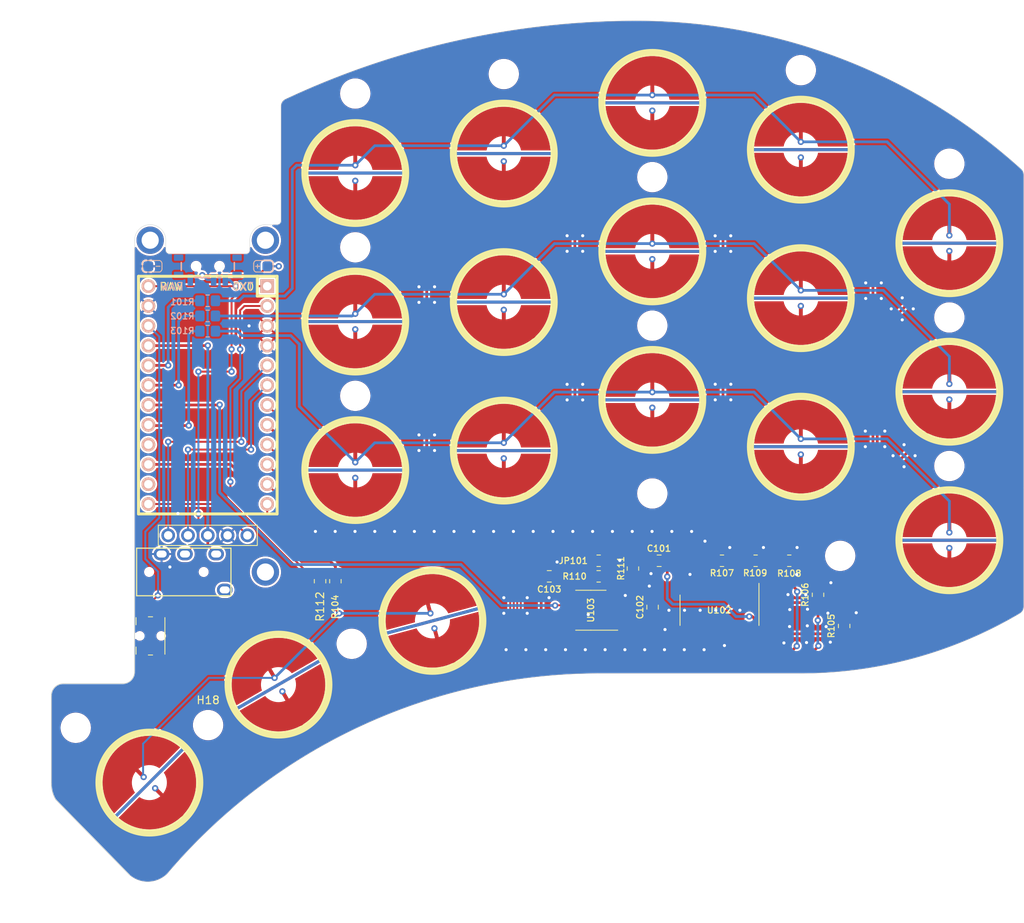
<source format=kicad_pcb>
(kicad_pcb (version 20221018) (generator pcbnew)
  (layers (0 "F.Cu" signal) (31 "B.Cu" signal) (34 "B.Paste" user) (35 "F.Paste" user) (36 "B.SilkS" user "B.Silkscreen") (37 "F.SilkS" user "F.Silkscreen") (38 "B.Mask" user) (39 "F.Mask" user) (44 "Edge.Cuts" user))
  (net 0 "")
  (net 1 "BAT+_R")
  (net 2 "APLEX_OUT_PIN_0_R")
  (net 3 "MOSI_R")
  (net 4 "SCK_R")
  (net 5 "CS_R")
  (net 7 "DATA_R")
  (net 8 "Net-(JP101-A)")
  (net 9 "ADC_R")
  (net 11 "RAW_R")
  (net 12 "Net-(R101-Pad1)")
  (net 13 "ROW0_R")
  (net 14 "ROW1_R")
  (net 15 "Net-(R102-Pad2)")
  (net 16 "ROW2_R")
  (net 17 "Net-(R103-Pad2)")
  (net 18 "ROW3_R")
  (net 19 "Net-(R104-Pad2)")
  (net 20 "COL3_R")
  (net 21 "COL2_R")
  (net 22 "COL4_R")
  (net 23 "COL0_R")
  (net 24 "COL1_R")
  (net 25 "RESET_R")
  (net 26 "APLEX_EN_PIN_0_R")
  (net 27 "AMUX_SEL_2_R")
  (net 28 "AMUX_SEL_1_R")
  (net 29 "AMUX_SEL_0_R")
  (net 30 "GND_R")
  (net 31 "+3.3V_R")
  (net 33 "POWER_R")
  (net 34 "HAND_R")
  (footprint "tako:bat_pin-" (layer "F.Cu") (at 38.15548 57.819423)
    (fp_text reference "BAT_HOLE-101" hide)
    (fp_text value "MountingHole_Pad" hide)
  )
  (footprint "tako:MountingHole_3.4mm" (layer "F.Cu") (at 140.906339 83.435489)
    (fp_text reference "H103" hide)
    (fp_text value "MountingHole")
  )
  (footprint "Resistor_SMD:R_0805_2012Metric_Pad1.20x1.40mm_HandSolder" (layer "F.Cu") (at 95.923373 95.592136 180)
    (fp_text reference "JP101")
    (fp_text value "Ext_Res")
  )
  (footprint "Resistor_SMD:R_0805_2012Metric_Pad1.20x1.40mm_HandSolder" (layer "F.Cu") (at 111.741405 95.592136)
    (fp_text reference "R107")
    (fp_text value "100k")
  )
  (footprint "tako:ecs_pad_1U_no_ring" (layer "F.Cu") (at 140.906339 92.960495 90)
    (fp_text reference "SW111")
    (fp_text value "EC_SW" hide)
  )
  (footprint "tako:ecs_pad_1U_no_ring" (layer "F.Cu") (at 102.806345 36.859995 90)
    (fp_text reference "SW103")
    (fp_text value "EC_SW" hide)
  )
  (footprint "tako:MountingHole_3.4mm" (layer "F.Cu") (at 140.90635 64.38549)
    (fp_text reference "H102" hide)
    (fp_text value "MountingHole")
  )
  (footprint "Package_SO:SOIC-8_3.9x4.9mm_P1.27mm" (layer "F.Cu") (at 94.923371 101.937135 180)
    (fp_text reference "U103")
    (fp_text value "OPA350")
  )
  (footprint "tako:MountingHole_3.4mm" (layer "F.Cu") (at 45.82999 116.671093)
    (fp_text reference "H18")
    (fp_text value "MountingHole")
  )
  (footprint "Resistor_SMD:R_0805_2012Metric_Pad1.20x1.40mm_HandSolder" (layer "F.Cu") (at 116.05734 95.592136)
    (fp_text reference "R109")
    (fp_text value "100k")
  )
  (footprint "tako:ecs_pad_1U_no_ring" (layer "F.Cu") (at 64.706339 45.859993 90)
    (fp_text reference "SW105")
    (fp_text value "EC_SW" hide)
  )
  (footprint "tako:MountingHole_3.4mm" (layer "F.Cu") (at 64.706339 35.666056)
    (fp_text reference "H110" hide)
    (fp_text value "MountingHole")
  )
  (footprint "tako:ecs_pad_1U_no_ring" (layer "F.Cu") (at 83.75634 43.360003 90)
    (fp_text reference "SW104")
    (fp_text value "EC_SW" hide)
  )
  (footprint "tako:M2_hole_3.5mm" (layer "F.Cu") (at 53.181889 54.480531)
    (fp_text reference "H115" hide)
    (fp_text value "MountingHole" hide)
  )
  (footprint "tako:MountingHole_3.4mm" (layer "F.Cu") (at 102.806338 86.959989)
    (fp_text reference "H108" hide)
    (fp_text value "MountingHole")
  )
  (footprint "tako:ecs_pad_1U_no_ring_90deg" (layer "F.Cu") (at 38.296377 124.047384 -135)
    (fp_text reference "SW116")
    (fp_text value "EC_SW" hide)
  )
  (footprint "Resistor_SMD:R_0805_2012Metric_Pad1.20x1.40mm_HandSolder" (layer "F.Cu") (at 127.410896 103.957579 90)
    (fp_text reference "R105")
    (fp_text value "100k")
  )
  (footprint "Resistor_SMD:R_0805_2012Metric_Pad1.20x1.40mm_HandSolder" (layer "F.Cu") (at 95.923372 97.592136 180)
    (fp_text reference "R110")
    (fp_text value "100k")
  )
  (footprint "Capacitor_SMD:C_0805_2012Metric_Pad1.18x1.45mm_HandSolder" (layer "F.Cu") (at 102.839547 101.542134 90)
    (fp_text reference "C102")
    (fp_text value "220p")
  )
  (footprint "tako:MountingHole_3.4mm" (layer "F.Cu") (at 126.906338 94.960499)
    (fp_text reference "H105" hide)
    (fp_text value "MountingHole")
  )
  (footprint "tako:MountingHole_3.4mm" (layer "F.Cu") (at 64.706342 74.434994)
    (fp_text reference "H112" hide)
    (fp_text value "MountingHole")
  )
  (footprint "Resistor_SMD:R_0805_2012Metric_Pad1.20x1.40mm_HandSolder" (layer "F.Cu") (at 120.373278 95.592134)
    (fp_text reference "R108")
    (fp_text value "100k")
  )
  (footprint "tako:MountingHole_3.4mm" (layer "F.Cu") (at 64.24799 106.243093 -22.5)
    (fp_text reference "H113" hide)
    (fp_text value "MountingHole")
  )
  (footprint "tako:M2_hole_3.5mm" (layer "F.Cu") (at 38.400564 54.480077)
    (fp_text reference "H116" hide)
    (fp_text value "MountingHole" hide)
  )
  (footprint "tako:MountingHole_3.4mm" (layer "F.Cu") (at 121.85634 32.666056)
    (fp_text reference "H104" hide)
    (fp_text value "MountingHole")
  )
  (footprint "tako:MountingHole_3.4mm" (layer "F.Cu") (at 102.806347 65.434996)
    (fp_text reference "H107" hide)
    (fp_text value "MountingHole")
  )
  (footprint "tako:MountingHole_3.4mm" (layer "F.Cu") (at 28.851834 117.014598 -22.5)
    (fp_text reference "H114" hide)
    (fp_text value "MountingHole")
  )
  (footprint "tako:M2_hole_3.5mm" (layer "F.Cu") (at 53.181888 97.039423)
    (fp_text reference "H117" hide)
    (fp_text value "MountingHole" hide)
  )
  (footprint "tako:ecs_pad_1U_no_ring" (layer "F.Cu") (at 83.756343 81.459993 90)
    (fp_text reference "SW114")
    (fp_text value "EC_SW" hide)
  )
  (footprint "Resistor_SMD:R_0805_2012Metric_Pad1.20x1.40mm_HandSolder" (layer "F.Cu") (at 100.323371 96.592137 90)
    (fp_text reference "R111")
    (fp_text value "1k")
  )
  (footprint "tako:ecs_pad_1U_no_ring" (layer "F.Cu") (at 121.856339 61.910496 90)
    (fp_text reference "SW107")
    (fp_text value "EC_SW" hide)
  )
  (footprint "tako:ecs_pad_1U_no_ring" (layer "F.Cu") (at 121.856343 42.860499 90)
    (fp_text reference "SW102")
    (fp_text value "EC_SW" hide)
  )
  (footprint "tako:MountingHole_3.4mm" (layer "F.Cu") (at 140.906345 44.666058)
    (fp_text reference "H101" hide)
    (fp_text value "MountingHole")
  )
  (footprint "tako:ecs_pad_1U_no_ring_90deg" (layer "F.Cu") (at 74.603297 103.300695 -165)
    (fp_text reference "SW118")
    (fp_text value "EC_SW" hide)
  )
  (footprint "tako:bat_pin+" (layer "F.Cu") (at 53.428978 57.819423 180)
    (fp_text reference "BAT_HOLE+101" hide)
    (fp_text value "MountingHole_Pad" hide)
  )
  (footprint "tako:ecs_pad_1U_no_ring" (layer "F.Cu") (at 83.756338 62.409992 90)
    (fp_text reference "SW109")
    (fp_text value "EC_SW" hide)
  )
  (footprint "tako:nice_view" (layer "F.Cu") (at 45.791557 75.852635)
    (fp_text reference "DISP101")
    (fp_text value "nice!view" hide)
  )
  (footprint "Capacitor_SMD:C_0805_2012Metric_Pad1.18x1.45mm_HandSolder" (layer "F.Cu") (at 103.68587 95.592135 180)
    (fp_text reference "C101")
    (fp_text value "100n")
  )
  (footprint "tako:ecs_pad_1U_no_ring" (layer "F.Cu") (at 121.856338 80.960495 90)
    (fp_text reference "SW112")
    (fp_text value "EC_SW" hide)
  )
  (footprint "tako:ecs_pad_1U_no_ring_90deg" (layer "F.Cu") (at 54.856377 111.480384 -150)
    (fp_text reference "SW117")
    (fp_text value "EC_SW" hide)
  )
  (footprint "tako:MountingHole_3.4mm" (layer "F.Cu") (at 83.756337 33.166058)
    (fp_text reference "H109" hide)
    (fp_text value "MountingHole")
  )
  (footprint "tako:ecs_pad_1U_no_ring" (layer "F.Cu") (at 102.806341 55.909999 90)
    (fp_text reference "SW108")
    (fp_text value "EC_SW" hide)
  )
  (footprint "tako:ecs_pad_1U_no_ring" (layer "F.Cu") (at 140.906336 73.910494 90)
    (fp_text reference "SW106")
    (fp_text value "EC_SW" hide)
  )
  (footprint "tako:ecs_pad_1U_no_ring" (layer "F.Cu") (at 140.906348 54.860496 90)
    (fp_text reference "SW101")
    (fp_text value "EC_SW" hide)
  )
  (footprint "Capacitor_SMD:C_0805_2012Metric_Pad1.18x1.45mm_HandSolder" (layer "F.Cu") (at 89.589547 97.592135)
    (fp_text reference "C103")
    (fp_text value "100n")
  )
  (footprint "tako:TRRS-PJ-320A" (layer "F.Cu") (at 36.662468 97.030596 90)
    (fp_text reference "J101")
    (fp_text value "MJ-4PP-9")
  )
  (footprint "Button_Switch_SMD:Panasonic_EVQPUL_EVQPUC" (layer "F.Cu") (at 38.437468 105.230596 90)
    (fp_text reference "RSW101" hide)
    (fp_text value "Reset")
  )
  (footprint "tako:MountingHole_3.4mm" (layer "F.Cu") (at 64.706336 55.384996)
    (fp_text reference "H111" hide)
    (fp_text value "MountingHole")
  )
  (footprint "Package_SO:SOIC-16_3.9x9.9mm_P1.27mm" (layer "F.Cu") (at 111.423373 101.937136 -90)
    (fp_text reference "U102")
    (fp_text value "74HC4051")
  )
  (footprint "Resistor_SMD:R_0805_2012Metric_Pad1.20x1.40mm_HandSolder" (layer "F.Cu") (at 124.060895 99.95758 90)
    (fp_text reference "R106")
    (fp_text value "100k")
  )
  (footprint "Resistor_SMD:R_0805_2012Metric_Pad1.20x1.40mm_HandSolder" (layer "F.Cu") (at 62.158122 98.216057 -90)
    (fp_text reference "R104")
    (fp_text value "100")
  )
  (footprint "Resistor_SMD:R_0805_2012Metric_Pad1.20x1.40mm_HandSolder" (layer "F.Cu") (at 60.189965 98.216057 -90)
    (fp_text reference "R112")
    (fp_text value "5.1k")
  )
  (footprint "tako:ecs_pad_1U_no_ring" (layer "F.Cu") (at 64.706339 83.959995 90)
    (fp_text reference "SW115")
    (fp_text value "EC_SW" hide)
  )
  (footprint "tako:MountingHole_3.4mm" (layer "F.Cu") (at 102.806346 46.384994)
    (fp_text reference "H106" hide)
    (fp_text value "MountingHole")
  )
  (footprint "tako:ecs_pad_1U_no_ring" (layer "F.Cu") (at 102.80634 74.959989 90)
    (fp_text reference "SW113")
    (fp_text value "EC_SW" hide)
  )
  (footprint "tako:ecs_pad_1U_no_ring" (layer "F.Cu") (at 64.70634 64.909997 90)
    (fp_text reference "SW110")
    (fp_text value "EC_SW" hide)
  )
  (footprint "Resistor_SMD:R_0805_2012Metric_Pad1.20x1.40mm_HandSolder" (layer "B.Cu") (at 45.773372 62.242136 180)
    (fp_text reference "R101")
    (fp_text value "100")
  )
  (footprint "tako:SW_SPDT_SMD_PCM12" (layer "B.Cu") (at 45.791307 58.142135)
    (fp_text reference "PSW101" hide)
    (fp_text value "SW_SPDT")
  )
  (footprint "Resistor_SMD:R_0805_2012Metric_Pad1.20x1.40mm_HandSolder" (layer "B.Cu") (at 45.773374 64.192135)
    (fp_text reference "R102")
    (fp_text value "100")
  )
  (footprint "tako:ArduinoProMicro" (layer "B.Cu") (at 45.791311 74.343658 -90)
    (fp_text reference "U101" hide)
    (fp_text value "STeMCell" hide)
  )
  (footprint "Resistor_SMD:R_0805_2012Metric_Pad1.20x1.40mm_HandSolder" (layer "B.Cu") (at 45.773372 66.142134)
    (fp_text reference "R103")
    (fp_text value "100")
  )
  (gr_line (start 150.430939 86.246058) (end 150.430942 60.166057) (stroke (width 0.05)) (layer "Edge.Cuts"))
  (gr_arc (start 36.401834 109.839598) (mid 35.96412 110.908913) (end 34.902247 111.364386) (stroke (width 0.1)) (layer "Edge.Cuts"))
  (gr_line (start 36.400943 94.264806) (end 36.400629 54.48004) (stroke (width 0.05)) (layer "Edge.Cuts"))
  (gr_line (start 36.401834 109.839598) (end 36.400943 94.264806) (stroke (width 0.1)) (layer "Edge.Cuts"))
  (gr_arc (start 150.107141 45.349091) (mid 150.346476 45.68338) (end 150.430939 46.085746) (stroke (width 0.05)) (layer "Edge.Cuts"))
  (gr_line (start 35.746711 135.879352) (end 26.297571 126.235009) (stroke (width 0.1)) (layer "Edge.Cuts"))
  (gr_arc (start 40.579026 135.740784) (mid 38.189867 136.751583) (end 35.746711 135.879352) (stroke (width 0.05)) (layer "Edge.Cuts"))
  (gr_arc (start 51.181954 54.480492) (mid 51.767668 53.066165) (end 53.181941 52.480355) (stroke (width 0.05)) (layer "Edge.Cuts"))
  (gr_arc (start 55.181884 51.980529) (mid 55.035393 52.334016) (end 54.681882 52.480529) (stroke (width 0.05)) (layer "Edge.Cuts"))
  (gr_line (start 25.726834 124.214598) (end 25.726834 112.889598) (stroke (width 0.1)) (layer "Edge.Cuts"))
  (gr_arc (start 40.900935 56.229815) (mid 40.547441 56.083336) (end 40.400928 55.729819) (stroke (width 0.05)) (layer "Edge.Cuts"))
  (gr_line (start 40.400754 54.479892) (end 40.400928 55.729819) (stroke (width 0.05)) (layer "Edge.Cuts"))
  (gr_arc (start 100.806597 26.334574) (mid 127.226742 31.252932) (end 150.107141 45.349091) (stroke (width 0.05)) (layer "Edge.Cuts"))
  (gr_line (start 150.430947 101.485646) (end 150.430939 86.246058) (stroke (width 0.05)) (layer "Edge.Cuts"))
  (gr_arc (start 149.957548 102.335002) (mid 136.424833 108.075873) (end 121.856035 110.035989) (stroke (width 0.05)) (layer "Edge.Cuts"))
  (gr_arc (start 150.430947 101.485646) (mid 150.304614 101.971836) (end 149.957548 102.335002) (stroke (width 0.05)) (layer "Edge.Cuts"))
  (gr_line (start 121.856035 110.035989) (end 95.794156 110.035649) (stroke (width 0.05)) (layer "Edge.Cuts"))
  (gr_arc (start 40.579027 135.740785) (mid 65.363051 116.823198) (end 95.794156 110.03565) (stroke (width 0.05)) (layer "Edge.Cuts"))
  (gr_arc (start 55.757144 36.379092) (mid 77.728776 28.876213) (end 100.806597 26.334574) (stroke (width 0.05)) (layer "Edge.Cuts"))
  (gr_line (start 40.900935 56.229815) (end 50.681774 56.230421) (stroke (width 0.05)) (layer "Edge.Cuts"))
  (gr_arc (start 26.297571 126.235009) (mid 25.875513 125.263416) (end 25.726834 124.214598) (stroke (width 0.1)) (layer "Edge.Cuts"))
  (gr_line (start 55.181887 37.284664) (end 55.181884 51.980529) (stroke (width 0.05)) (layer "Edge.Cuts"))
  (gr_line (start 51.181785 55.730423) (end 51.181954 54.480492) (stroke (width 0.05)) (layer "Edge.Cuts"))
  (gr_line (start 150.430942 60.166057) (end 150.430939 46.085746) (stroke (width 0.05)) (layer "Edge.Cuts"))
  (gr_arc (start 25.726834 112.889598) (mid 26.173496 111.81126) (end 27.251834 111.364598) (stroke (width 0.1)) (layer "Edge.Cuts"))
  (gr_arc (start 38.400617 52.479902) (mid 39.814931 53.065614) (end 40.400754 54.479892) (stroke (width 0.05)) (layer "Edge.Cuts"))
  (gr_arc (start 55.181887 37.284664) (mid 55.33784 36.748228) (end 55.757144 36.379092) (stroke (width 0.05)) (layer "Edge.Cuts"))
  (gr_line (start 53.181941 52.480355) (end 54.681882 52.480529) (stroke (width 0.05)) (layer "Edge.Cuts"))
  (gr_arc (start 36.400629 54.48004) (mid 36.986443 53.065823) (end 38.400617 52.479902) (stroke (width 0.05)) (layer "Edge.Cuts"))
  (gr_line (start 34.902247 111.364386) (end 27.251834 111.364598) (stroke (width 0.1)) (layer "Edge.Cuts"))
  (gr_arc (start 51.181785 55.730423) (mid 51.035352 56.083976) (end 50.681774 56.230421) (stroke (width 0.05)) (layer "Edge.Cuts"))
  (gr_text "TAKO\nREV 1.0\nBY SSBB" (at 94.689966 87.001456) (layer "F.Cu") (effects (font (size 0.8 0.8)) (justify left)))
  (segment (start 53.428978 57.819423) (end 54.886601 57.819423) (width 0.25) (layer "F.Cu") (net 1))
  (segment (start 53.428978 57.819423) (end 52.282344 58.966056) (width 0.25) (layer "F.Cu") (net 1))
  (segment (start 52.282344 58.966056) (end 45.081801 58.966055) (width 0.25) (layer "F.Cu") (net 1))
  (segment (start 54.886601 57.819423) (end 54.889966 57.816057) (width 0.25) (layer "F.Cu") (net 1))
  (via (at 54.889966 57.816057) (size 0.8) (drill 0.4) (layers "F.Cu" "B.Cu") (net 1))
  (via (at 45.081801 58.966055) (size 0.8) (drill 0.4) (layers "F.Cu" "B.Cu") (net 1))
  (segment (start 45.687879 59.572134) (end 45.081801 58.966055) (width 0.25) (layer "B.Cu") (net 1))
  (segment (start 54.889966 57.816057) (end 53.43235 57.816056) (width 0.25) (layer "B.Cu") (net 1))
  (segment (start 53.43235 57.816056) (end 53.428978 57.819423) (width 0.25) (layer "B.Cu") (net 1))
  (segment (start 46.541309 59.572135) (end 45.687879 59.572134) (width 0.25) (layer "B.Cu") (net 1))
  (segment (start 98.747549 104.842492) (end 99.089547 104.500492) (width 0.25) (layer "F.Cu") (net 2))
  (segment (start 102.423373 102.742493) (end 111.605366 102.742489) (width 0.35) (layer "F.Cu") (net 2))
  (segment (start 99.089547 104.500492) (end 99.089549 102.250492) (width 0.25) (layer "F.Cu") (net 2))
  (segment (start 53.411314 80.693661) (end 55.73955 83.021898) (width 0.25) (layer "F.Cu") (net 2))
  (segment (start 84.849665 93.83049) (end 85.931799 94.912627) (width 0.25) (layer "F.Cu") (net 2))
  (segment (start 99.891192 101.302136) (end 101.16869 102.579632) (width 0.35) (layer "F.Cu") (net 2))
  (segment (start 99.089549 102.250492) (end 98.141193 101.302136) (width 0.25) (layer "F.Cu") (net 2))
  (segment (start 101.16869 102.579632) (end 102.423372 102.579633) (width 0.35) (layer "F.Cu") (net 2))
  (segment (start 58.59623 93.830491) (end 84.849665 93.83049) (width 0.25) (layer "F.Cu") (net 2))
  (segment (start 97.398374 101.302136) (end 99.891192 101.302136) (width 0.35) (layer "F.Cu") (net 2))
  (segment (start 55.73955 83.021898) (end 55.739549 90.973804) (width 0.25) (layer "F.Cu") (net 2))
  (segment (start 113.328373 101.019484) (end 113.328371 99.462137) (width 0.35) (layer "F.Cu") (net 2))
  (segment (start 87.088549 104.842492) (end 98.747549 104.842492) (width 0.25) (layer "F.Cu") (net 2))
  (segment (start 111.605366 102.742489) (end 113.328373 101.019484) (width 0.35) (layer "F.Cu") (net 2))
  (segment (start 55.739549 90.973804) (end 58.59623 93.830491) (width 0.25) (layer "F.Cu") (net 2))
  (segment (start 85.931799 94.912627) (end 85.931801 103.685741) (width 0.25) (layer "F.Cu") (net 2))
  (segment (start 85.931801 103.685741) (end 87.088549 104.842492) (width 0.25) (layer "F.Cu") (net 2))
  (segment (start 40.711557 80.330491) (end 50.089549 80.330491) (width 0.25) (layer "F.Cu") (net 3))
  (via (at 50.089549 80.330491) (size 0.8) (drill 0.4) (layers "F.Cu" "B.Cu") (net 3))
  (via (at 40.711557 80.330491) (size 0.8) (drill 0.4) (layers "F.Cu" "B.Cu") (net 3))
  (segment (start 53.41131 70.533659) (end 50.089548 73.855423) (width 0.25) (layer "B.Cu") (net 3))
  (segment (start 50.089548 73.855423) (end 50.089549 80.330491) (width 0.25) (layer "B.Cu") (net 3))
  (segment (start 40.711557 80.330491) (end 40.71156 92.332636) (width 0.25) (layer "B.Cu") (net 3))
  (segment (start 43.251559 81.330491) (end 51.339549 81.33049) (width 0.25) (layer "F.Cu") (net 4))
  (via (at 43.251559 81.330491) (size 0.8) (drill 0.4) (layers "F.Cu" "B.Cu") (net 4))
  (via (at 51.339549 81.33049) (size 0.8) (drill 0.4) (layers "F.Cu" "B.Cu") (net 4))
  (segment (start 53.41131 73.073657) (end 51.339546 75.145422) (width 0.25) (layer "B.Cu") (net 4))
  (segment (start 51.339546 75.145422) (end 51.339549 81.33049) (width 0.25) (layer "B.Cu") (net 4))
  (segment (start 43.251559 81.330491) (end 43.251558 92.332636) (width 0.25) (layer "B.Cu") (net 4))
  (segment (start 46.852584 88.313659) (end 50.87156 92.332637) (width 0.25) (layer "F.Cu") (net 5))
  (segment (start 38.17131 88.31366) (end 46.852584 88.313659) (width 0.25) (layer "F.Cu") (net 5))
  (segment (start 48.839547 62.008311) (end 50.474197 60.373661) (width 0.25) (layer "F.Cu") (net 7))
  (segment (start 44.58955 71.330491) (end 48.839548 71.33049) (width 0.25) (layer "F.Cu") (net 7))
  (segment (start 50.474197 60.373661) (end 53.411313 60.373661) (width 0.25) (layer "F.Cu") (net 7))
  (segment (start 44.58955 92.630596) (end 44.58955 89.580491) (width 0.25) (layer "F.Cu") (net 7))
  (segment (start 48.839552 68.466056) (end 48.839547 62.008311) (width 0.25) (layer "F.Cu") (net 7))
  (segment (start 44.58955 93.003514) (end 42.862468 94.730596) (width 0.25) (layer "F.Cu") (net 7))
  (segment (start 44.58955 92.630596) (end 44.58955 93.003514) (width 0.25) (layer "F.Cu") (net 7))
  (via (at 48.839548 71.33049) (size 0.8) (drill 0.4) (layers "F.Cu" "B.Cu") (net 7))
  (via (at 44.58955 89.580491) (size 0.8) (drill 0.4) (layers "F.Cu" "B.Cu") (net 7))
  (via (at 48.839552 68.466056) (size 0.8) (drill 0.4) (layers "F.Cu" "B.Cu") (net 7))
  (via (at 44.58955 71.330491) (size 0.8) (drill 0.4) (layers "F.Cu" "B.Cu") (net 7))
  (segment (start 44.58955 89.580491) (end 44.58955 71.330491) (width 0.25) (layer "B.Cu") (net 7))
  (segment (start 48.839552 68.466056) (end 48.839548 71.33049) (width 0.25) (layer "B.Cu") (net 7))
  (segment (start 96.923373 95.692138) (end 96.923369 97.592137) (width 0.35) (layer "F.Cu") (net 8))
  (segment (start 96.339549 99.000491) (end 95.83955 99.50049) (width 0.35) (layer "F.Cu") (net 8))
  (segment (start 100.323372 98.500491) (end 99.823374 99.000492) (width 0.35) (layer "F.Cu") (net 8))
  (segment (start 100.323372 98.500491) (end 100.32337 97.592138) (width 0.35) (layer "F.Cu") (net 8))
  (segment (start 99.823374 99.000492) (end 96.339549 99.000491) (width 0.35) (layer "F.Cu") (net 8))
  (segment (start 96.140604 102.572136) (end 97.398373 102.572136) (width 0.35) (layer "F.Cu") (net 8))
  (segment (start 95.83955 102.271079) (end 96.140604 102.572136) (width 0.35) (layer "F.Cu") (net 8))
  (segment (start 95.83955 99.50049) (end 95.83955 102.271079) (width 0.35) (layer "F.Cu") (net 8))
  (segment (start 96.923369 97.592137) (end 100.323374 97.592137) (width 0.35) (layer "F.Cu") (net 8))
  (segment (start 90.367904 101.302135) (end 90.339549 101.330491) (width 0.25) (layer "F.Cu") (net 9))
  (segment (start 47.276378 75.61366) (end 38.17131 75.613659) (width 0.35) (layer "F.Cu") (net 9))
  (segment (start 47.309548 75.58049) (end 47.276378 75.61366) (width 0.35) (layer "F.Cu") (net 9))
  (segment (start 92.448371 101.302137) (end 90.367904 101.302135) (width 0.25) (layer "F.Cu") (net 9))
  (segment (start 94.078904 101.302136) (end 92.448371 101.302137) (width 0.35) (layer "F.Cu") (net 9))
  (segment (start 94.923372 97.592136) (end 94.923373 100.457666) (width 0.35) (layer "F.Cu") (net 9))
  (segment (start 94.923371 95.592138) (end 94.923372 97.592136) (width 0.35) (layer "F.Cu") (net 9))
  (segment (start 94.923373 100.457666) (end 94.078904 101.302136) (width 0.35) (layer "F.Cu") (net 9))
  (via (at 47.309548 75.58049) (size 0.8) (drill 0.4) (layers "F.Cu" "B.Cu") (net 9))
  (via (at 90.339549 101.330491) (size 0.8) (drill 0.4) (layers "F.Cu" "B.Cu") (net 9))
  (segment (start 78.259551 96.08049) (end 56.559547 96.080492) (width 0.35) (layer "B.Cu") (net 9))
  (segment (start 47.30955 86.83049) (end 56.559547 96.080492) (width 0.35) (layer "B.Cu") (net 9))
  (segment (start 90.339549 101.330491) (end 83.509549 101.330489) (width 0.35) (layer "B.Cu") (net 9))
  (segment (start 47.309548 75.58049) (end 47.30955 86.83049) (width 0.35) (layer "B.Cu") (net 9))
  (segment (start 83.509549 101.330489) (end 78.259551 96.08049) (width 0.35) (layer "B.Cu") (net 9))
  (segment (start 49.374197 60.37366) (end 49.381803 60.366058) (width 0.25) (layer "F.Cu") (net 11))
  (segment (start 38.171312 60.37366) (end 49.374197 60.37366) (width 0.25) (layer "F.Cu") (net 11))
  (via (at 49.381803 60.366058) (size 0.8) (drill 0.4) (layers "F.Cu" "B.Cu") (net 11))
  (segment (start 48.041309 59.572135) (end 48.587877 59.572134) (width 0.35) (layer "B.Cu") (net 11))
  (segment (start 48.587877 59.572134) (end 49.381803 60.366058) (width 0.35) (layer "B.Cu") (net 11))
  (via (at 140.906344 53.8605) (size 0.8) (drill 0.4) (layers "F.Cu" "B.Cu") (net 12))
  (via (at 64.706339 44.859994) (size 0.8) (drill 0.4) (layers "F.Cu" "B.Cu") (net 12))
  (via (at 83.756336 42.360002) (size 0.8) (drill 0.4) (layers "F.Cu" "B.Cu") (net 12))
  (via (at 102.806342 35.859995) (size 0.8) (drill 0.4) (layers "F.Cu" "B.Cu") (net 12))
  (via (at 121.856344 41.860498) (size 0.8) (drill 0.4) (layers "F.Cu" "B.Cu") (net 12))
  (segment (start 56.623374 60.669489) (end 55.650725 61.642133) (width 0.35) (layer "B.Cu") (net 12))
  (segment (start 121.856344 41.860498) (end 115.855841 35.859996) (width 0.35) (layer "B.Cu") (net 12))
  (segment (start 50.391755 61.642134) (end 49.791757 62.242133) (width 0.35) (layer "B.Cu") (net 12))
  (segment (start 57.182865 44.859994) (end 56.623371 45.419488) (width 0.35) (layer "B.Cu") (net 12))
  (segment (start 64.70634 44.859992) (end 57.182865 44.859994) (width 0.35) (layer "B.Cu") (net 12))
  (segment (start 115.855841 35.859996) (end 102.806342 35.859995) (width 0.35) (layer "B.Cu") (net 12))
  (segment (start 83.756336 42.360002) (end 90.25634 35.859997) (width 0.35) (layer "B.Cu") (net 12))
  (segment (start 49.791757 62.242133) (end 46.773373 62.242136) (width 0.35) (layer "B.Cu") (net 12))
  (segment (start 56.623371 45.419488) (end 56.623374 60.669489) (width 0.35) (layer "B.Cu") (net 12))
  (segment (start 132.911538 41.860498) (end 121.856344 41.860498) (width 0.35) (layer "B.Cu") (net 12))
  (segment (start 140.906344 53.8605) (end 140.906345 49.855306) (width 0.35) (layer "B.Cu") (net 12))
  (segment (start 90.25634 35.859997) (end 102.806342 35.859995) (width 0.35) (layer "B.Cu") (net 12))
  (segment (start 55.650725 61.642133) (end 50.391755 61.642134) (width 0.35) (layer "B.Cu") (net 12))
  (segment (start 140.906345 49.855306) (end 132.911538 41.860498) (width 0.35) (layer "B.Cu") (net 12))
  (segment (start 64.706339 44.859994) (end 67.206331 42.359999) (width 0.35) (layer "B.Cu") (net 12))
  (segment (start 64.70634 44.859992) (end 64.706339 44.859994) (width 0.35) (layer "B.Cu") (net 12))
  (segment (start 67.206331 42.359999) (end 83.756336 42.360002) (width 0.35) (layer "B.Cu") (net 12))
  (segment (start 40.709548 70.533662) (end 38.171313 70.533659) (width 0.35) (layer "F.Cu") (net 13))
  (via (at 40.709548 70.533662) (size 0.8) (drill 0.4) (layers "F.Cu" "B.Cu") (net 13))
  (segment (start 40.709547 63.083309) (end 41.550725 62.242135) (width 0.35) (layer "B.Cu") (net 13))
  (segment (start 41.550725 62.242135) (end 44.77337 62.242133) (width 0.35) (layer "B.Cu") (net 13))
  (segment (start 40.709548 70.533662) (end 40.709547 63.083309) (width 0.35) (layer "B.Cu") (net 13))
  (segment (start 42.046381 73.07366) (end 38.171311 73.07366) (width 0.35) (layer "F.Cu") (net 14))
  (via (at 42.046381 73.07366) (size 0.8) (drill 0.4) (layers "F.Cu" "B.Cu") (net 14))
  (segment (start 42.727904 64.192137) (end 42.046382 64.87366) (width 0.35) (layer "B.Cu") (net 14))
  (segment (start 44.773373 64.192135) (end 42.727904 64.192137) (width 0.35) (layer "B.Cu") (net 14))
  (segment (start 42.046382 64.87366) (end 42.046381 73.07366) (width 0.35) (layer "B.Cu") (net 14))
  (via (at 121.856337 60.910493) (size 0.8) (drill 0.4) (layers "F.Cu" "B.Cu") (net 15))
  (via (at 140.906337 72.910491) (size 0.8) (drill 0.4) (layers "F.Cu" "B.Cu") (net 15))
  (via (at 102.80634 54.909996) (size 0.8) (drill 0.4) (layers "F.Cu" "B.Cu") (net 15))
  (via (at 83.756338 61.409992) (size 0.8) (drill 0.4) (layers "F.Cu" "B.Cu") (net 15))
  (via (at 64.70634 63.909993) (size 0.8) (drill 0.4) (layers "F.Cu" "B.Cu") (net 15))
  (segment (start 132.431351 60.910495) (end 140.906338 69.385477) (width 0.35) (layer "B.Cu") (net 15))
  (segment (start 121.856337 60.910493) (end 132.431351 60.910495) (width 0.35) (layer "B.Cu") (net 15))
  (segment (start 64.217091 64.192136) (end 46.77337 64.192135) (width 0.35) (layer "B.Cu") (net 15))
  (segment (start 115.855845 54.909998) (end 121.856337 60.910493) (width 0.35) (layer "B.Cu") (net 15))
  (segment (start 90.256331 54.909997) (end 102.80634 54.909996) (width 0.35) (layer "B.Cu") (net 15))
  (segment (start 64.70634 63.909993) (end 64.570643 64.045689) (width 0.35) (layer "B.Cu") (net 15))
  (segment (start 140.906338 69.385477) (end 140.906337 72.910491) (width 0.35) (layer "B.Cu") (net 15))
  (segment (start 64.70634 63.909993) (end 67.206342 61.409991) (width 0.35) (layer "B.Cu") (net 15))
  (segment (start 102.80634 54.909996) (end 115.855845 54.909998) (width 0.35) (layer "B.Cu") (net 15))
  (segment (start 67.206342 61.409991) (end 83.756338 61.409992) (width 0.35) (layer "B.Cu") (net 15))
  (segment (start 83.756338 61.409992) (end 90.256331 54.909997) (width 0.35) (layer "B.Cu") (net 15))
  (arc (start 64.217091 64.192136) (mid 64.408433 64.154074) (end 64.570643 64.045689) (width 0.35) (layer "B.Cu") (net 15))
  (segment (start 43.339548 78.250491) (end 38.268142 78.250494) (width 0.35) (layer "F.Cu") (net 16))
  (via (at 43.339548 78.250491) (size 0.8) (drill 0.4) (layers "F.Cu" "B.Cu") (net 16))
  (segment (start 44.773368 66.142136) (end 43.777907 66.142135) (width 0.35) (layer "B.Cu") (net 16))
  (segment (start 43.777907 66.142135) (end 43.33955 66.58049) (width 0.35) (layer "B.Cu") (net 16))
  (segment (start 43.33955 66.58049) (end 43.339548 78.250491) (width 0.35) (layer "B.Cu") (net 16))
  (via (at 140.906341 91.960493) (size 0.8) (drill 0.4) (layers "F.Cu" "B.Cu") (net 17))
  (via (at 121.85634 79.960494) (size 0.8) (drill 0.4) (layers "F.Cu" "B.Cu") (net 17))
  (via (at 64.706337 82.959993) (size 0.8) (drill 0.4) (layers "F.Cu" "B.Cu") (net 17))
  (via (at 83.756341 80.459996) (size 0.8) (drill 0.4) (layers "F.Cu" "B.Cu") (net 17))
  (via (at 102.806341 73.959991) (size 0.8) (drill 0.4) (layers "F.Cu" "B.Cu") (net 17))
  (segment (start 83.756341 80.459996) (end 67.206339 80.459995) (width 0.35) (layer "B.Cu") (net 17))
  (segment (start 83.756341 80.459996) (end 90.256345 73.959991) (width 0.35) (layer "B.Cu") (net 17))
  (segment (start 49.591046 66.142134) (end 46.773372 66.142134) (width 0.35) (layer "B.Cu") (net 17))
  (segment (start 67.206339 80.459995) (end 64.706337 82.959993) (width 0.35) (layer "B.Cu") (net 17))
  (segment (start 64.706337 82.959993) (end 57.523376 75.777036) (width 0.35) (layer "B.Cu") (net 17))
  (segment (start 115.855837 73.959994) (end 121.85634 79.960494) (width 0.35) (layer "B.Cu") (net 17))
  (segment (start 140.90634 87.943091) (end 132.923748 79.960494) (width 0.35) (layer "B.Cu") (net 17))
  (segment (start 102.806341 73.959991) (end 115.855837 73.959994) (width 0.35) (layer "B.Cu") (net 17))
  (segment (start 57.523372 67.812627) (end 56.427879 66.717136) (width 0.35) (layer "B.Cu") (net 17))
  (segment (start 132.923748 79.960494) (end 121.85634 79.960494) (width 0.35) (layer "B.Cu") (net 17))
  (segment (start 140.906341 91.960493) (end 140.90634 87.943091) (width 0.35) (layer "B.Cu") (net 17))
  (segment (start 56.427879 66.717136) (end 50.166046 66.717137) (width 0.35) (layer "B.Cu") (net 17))
  (segment (start 50.166046 66.717137) (end 49.591046 66.142134) (width 0.35) (layer "B.Cu") (net 17))
  (segment (start 57.523376 75.777036) (end 57.523372 67.812627) (width 0.35) (layer "B.Cu") (net 17))
  (segment (start 90.256345 73.959991) (end 102.806341 73.959991) (width 0.35) (layer "B.Cu") (net 17))
  (segment (start 51.089549 88.940098) (end 51.089549 85.580491) (width 0.35) (layer "F.Cu") (net 18))
  (segment (start 51.089549 85.580491) (end 48.742719 83.23366) (width 0.35) (layer "F.Cu") (net 18))
  (segment (start 48.742719 83.23366) (end 38.171313 83.23366) (width 0.35) (layer "F.Cu") (net 18))
  (segment (start 57.829943 95.680488) (end 51.089549 88.940098) (width 0.35) (layer "F.Cu") (net 18))
  (segment (start 62.15812 97.216058) (end 62.158121 96.319065) (width 0.35) (layer "F.Cu") (net 18))
  (segment (start 61.519547 95.680491) (end 57.829943 95.680488) (width 0.35) (layer "F.Cu") (net 18))
  (segment (start 62.158121 96.319065) (end 61.519547 95.680491) (width 0.35) (layer "F.Cu") (net 18))
  (segment (start 62.635965 102.334771) (end 62.158123 101.856928) (width 0.25) (layer "F.Cu") (net 19))
  (segment (start 62.158123 101.856928) (end 62.158125 99.216056) (width 0.25) (layer "F.Cu") (net 19))
  (via (at 54.356376 110.61436) (size 0.8) (drill 0.4) (layers "F.Cu" "B.Cu") (net 19))
  (via (at 74.344478 102.334771) (size 0.8) (drill 0.4) (layers "F.Cu" "B.Cu") (net 19))
  (via (at 37.562468 123.330596) (size 0.8) (drill 0.4) (layers "F.Cu" "B.Cu") (net 19))
  (via (at 62.635965 102.334771) (size 0.8) (drill 0.4) (layers "F.Cu" "B.Cu") (net 19))
  (segment (start 54.356376 110.61436) (end 45.933393 110.61436) (width 0.25) (layer "B.Cu") (net 19))
  (segment (start 45.933393 110.61436) (end 37.490975 119.056779) (width 0.25) (layer "B.Cu") (net 19))
  (segment (start 62.635965 102.334771) (end 74.344478 102.334771) (width 0.35) (layer "B.Cu") (net 19))
  (segment (start 37.490975 119.056779) (end 37.490975 123.195626) (width 0.25) (layer "B.Cu") (net 19))
  (segment (start 54.356376 110.61436) (end 62.635965 102.334771) (width 0.35) (layer "B.Cu") (net 19))
  (segment (start 86.886212 66.150557) (end 92.873372 72.137718) (width 0.35) (layer "F.Cu") (net 20))
  (segment (start 92.873377 53.317718) (end 92.873375 81.416058) (width 0.35) (layer "F.Cu") (net 20))
  (segment (start 86.968467 47.412812) (end 92.873377 53.317718) (width 0.35) (layer "F.Cu") (net 20))
  (segment (start 83.756345 83.975103) (end 89.741228 89.959993) (width 0.35) (layer "F.Cu") (net 20))
  (segment (start 92.873372 72.137718) (end 92.873375 81.416058) (width 0.35) (layer "F.Cu") (net 20))
  (segment (start 115.057341 92.096593) (end 115.057338 95.592137) (width 0.35) (layer "F.Cu") (net 20))
  (segment (start 112.920736 89.959991) (end 115.057341 92.096593) (width 0.35) (layer "F.Cu") (net 20))
  (segment (start 114.20736 97.460495) (end 115.057338 96.610518) (width 0.35) (layer "F.Cu") (net 20))
  (segment (start 115.057338 95.592137) (end 115.057338 96.610518) (width 0.35) (layer "F.Cu") (net 20))
  (segment (start 112.058372 99.462138) (end 112.058372 97.859483) (width 0.35) (layer "F.Cu") (net 20))
  (segment (start 112.058372 97.859483) (end 112.457361 97.460495) (width 0.35) (layer "F.Cu") (net 20))
  (segment (start 92.873375 81.416058) (end 92.873376 88.777026) (width 0.35) (layer "F.Cu") (net 20))
  (segment (start 92.873376 88.777026) (end 94.056341 89.959993) (width 0.35) (layer "F.Cu") (net 20))
  (segment (start 112.457361 97.460495) (end 114.20736 97.460495) (width 0.35) (layer "F.Cu") (net 20))
  (segment (start 94.056341 89.959993) (end 94.80634 89.95999) (width 0.35) (layer "F.Cu") (net 20))
  (segment (start 94.80634 89.95999) (end 112.920736 89.959991) (width 0.35) (layer "F.Cu") (net 20))
  (segment (start 89.741228 89.959993) (end 94.80634 89.95999) (width 0.35) (layer "F.Cu") (net 20))
  (via (at 83.756338 44.360001) (size 0.8) (drill 0.4) (layers "F.Cu" "B.Cu") (net 20))
  (via (at 83.756345 82.459992) (size 0.8) (drill 0.4) (layers "F.Cu" "B.Cu") (net 20))
  (via (at 83.756338 63.409992) (size 0.8) (drill 0.4) (layers "F.Cu" "B.Cu") (net 20))
  (segment (start 121.335897 106.532582) (end 119.997851 107.870627) (width 0.35) (layer "F.Cu") (net 21))
  (segment (start 111.873374 67.342138) (end 111.873371 72.292491) (width 0.35) (layer "F.Cu") (net 21))
  (segment (start 114.926358 97.810494) (end 114.598373 98.138479) (width 0.35) (layer "F.Cu") (net 21))
  (segment (start 112.811871 87.480989) (end 119.373276 94.042394) (width 0.35) (layer "F.Cu") (net 21))
  (segment (start 111.873371 72.292491) (end 111.873371 86.542493) (width 0.35) (layer "F.Cu") (net 21))
  (segment (start 119.997851 107.870627) (end 81.548943 107.870626) (width 0.35) (layer "F.Cu") (net 21))
  (segment (start 121.385896 99.382581) (end 121.385896 99.557581) (width 0.35) (layer "F.Cu") (net 21))
  (segment (start 119.373275 96.72677) (end 118.289551 97.810494) (width 0.35) (layer "F.Cu") (net 21))
  (segment (start 120.810897 98.807581) (end 121.385896 99.382581) (width 0.35) (layer "F.Cu") (net 21))
  (segment (start 111.873373 48.342139) (end 111.873371 72.292491) (width 0.35) (layer "F.Cu") (net 21))
  (segment (start 102.806337 77.475458) (end 112.811871 87.480989) (width 0.35) (layer "F.Cu") (net 21))
  (segment (start 118.289551 97.810494) (end 114.926358 97.810494) (width 0.35) (layer "F.Cu") (net 21))
  (segment (start 111.873371 86.542493) (end 112.811871 87.480989) (width 0.35) (layer "F.Cu") (net 21))
  (segment (start 75.786306 107.715741) (end 74.862116 104.266622) (width 0.35) (layer "F.Cu") (net 21))
  (segment (start 119.373276 94.042394) (end 119.373275 95.592135) (width 0.35) (layer "F.Cu") (net 21))
  (segment (start 77.796218 108.876167) (end 75.786306 107.715741) (width 0.35) (layer "F.Cu") (net 21))
  (segment (start 119.373275 97.36996) (end 120.810897 98.807581) (width 0.35) (layer "F.Cu") (net 21))
  (segment (start 102.806347 39.275113) (end 111.873373 48.342139) (width 0.35) (layer "F.Cu") (net 21))
  (segment (start 81.548943 107.870626) (end 77.796218 108.876167) (width 0.35) (layer "F.Cu") (net 21))
  (segment (start 102.806345 58.275105) (end 111.873374 67.342138) (width 0.35) (layer "F.Cu") (net 21))
  (segment (start 114.598373 98.138479) (end 114.598377 99.462137) (width 0.35) (layer "F.Cu") (net 21))
  (segment (start 119.373275 96.72677) (end 119.373275 97.36996) (width 0.35) (layer "F.Cu") (net 21))
  (segment (start 119.373275 95.592135) (end 119.373275 96.72677) (width 0.35) (layer "F.Cu") (net 21))
  (via (at 102.806339 75.959992) (size 0.8) (drill 0.4) (layers "F.Cu" "B.Cu") (net 21))
  (via (at 102.806345 56.909998) (size 0.8) (drill 0.4) (layers "F.Cu" "B.Cu") (net 21))
  (via (at 102.806349 37.859994) (size 0.8) (drill 0.4) (layers "F.Cu" "B.Cu") (net 21))
  (via (at 121.385896 99.557581) (size 0.8) (drill 0.4) (layers "F.Cu" "B.Cu") (net 21))
  (via (at 121.335897 106.532582) (size 0.8) (drill 0.4) (layers "F.Cu" "B.Cu") (net 21))
  (via (at 74.862115 104.266622) (size 0.8) (drill 0.4) (layers "F.Cu" "B.Cu") (net 21))
  (segment (start 121.385896 106.48258) (end 121.335897 106.532582) (width 0.35) (layer "B.Cu") (net 21))
  (segment (start 121.385896 99.557581) (end 121.385896 106.48258) (width 0.35) (layer "B.Cu") (net 21))
  (segment (start 64.706337 67.1751) (end 70.798785 73.267551) (width 0.35) (layer "F.Cu") (net 22))
  (segment (start 64.706339 67.175103) (end 70.798785 73.267551) (width 0.35) (layer "F.Cu") (net 22))
  (segment (start 73.873374 78.109994) (end 73.873372 57.527025) (width 0.35) (layer "F.Cu") (net 22))
  (segment (start 110.741404 92.280658) (end 110.7414 95.592137) (width 0.35) (layer "F.Cu") (net 22))
  (segment (start 75.60634 90.50999) (end 77.056338 90.509993) (width 0.35) (layer "F.Cu") (net 22))
  (segment (start 77.056338 90.509993) (end 108.970737 90.509991) (width 0.35) (layer "F.Cu") (net 22))
  (segment (start 73.873372 57.527025) (end 64.706342 48.359993) (width 0.35) (layer "F.Cu") (net 22))
  (segment (start 73.873374 86.842136) (end 73.873374 85.092135) (width 0.35) (layer "F.Cu") (net 22))
  (segment (start 64.70634 86.425099) (end 68.791228 90.509992) (width 0.35) (layer "F.Cu") (net 22))
  (segment (start 73.873371 88.777025) (end 75.60634 90.50999) (width 0.35) (layer "F.Cu") (net 22))
  (segment (start 73.873374 79.416057) (end 73.873371 88.777025) (width 0.35) (layer "F.Cu") (net 22))
  (segment (start 110.781801 99.455563) (end 110.781801 95.632533) (width 0.35) (layer "F.Cu") (net 22))
  (segment (start 70.798785 73.267551) (end 73.87337 76.342136) (width 0.35) (layer "F.Cu") (net 22))
  (segment (start 73.873374 78.109994) (end 73.873374 79.416057) (width 0.35) (layer "F.Cu") (net 22))
  (segment (start 73.873374 85.092135) (end 73.873374 79.416057) (width 0.35) (layer "F.Cu") (net 22))
  (segment (start 68.791228 90.509992) (end 77.056338 90.509993) (width 0.35) (layer "F.Cu") (net 22))
  (segment (start 73.87337 76.342136) (end 73.873374 78.109994) (width 0.35) (layer "F.Cu") (net 22))
  (segment (start 108.970737 90.509991) (end 110.741404 92.280658) (width 0.35) (layer "F.Cu") (net 22))
  (via (at 64.706341 65.909997) (size 0.8) (drill 0.4) (layers "F.Cu" "B.Cu") (net 22))
  (via (at 64.70634 46.859995) (size 0.8) (drill 0.4) (layers "F.Cu" "B.Cu") (net 22))
  (via (at 64.706337 84.959996) (size 0.8) (drill 0.4) (layers "F.Cu" "B.Cu") (net 22))
  (segment (start 129.832366 104.960495) (end 131.656338 103.136519) (width 0.35) (layer "F.Cu") (net 23))
  (segment (start 50.340337 123.31553) (end 45.253535 128.402332) (width 0.35) (layer "F.Cu") (net 23))
  (segment (start 131.656337 85.559172) (end 140.906338 76.309169) (width 0.35) (layer "F.Cu") (net 23))
  (segment (start 84.105819 108.970625) (end 67.527728 113.412712) (width 0.35) (layer "F.Cu") (net 23))
  (segment (start 129.832366 104.960495) (end 125.241402 104.960496) (width 0.35) (layer "F.Cu") (net 23))
  (segment (start 117.316132 106.462633) (end 118.818273 104.960494) (width 0.35) (layer "F.Cu") (net 23))
  (segment (start 115.06613 106.462637) (end 117.316132 106.462633) (width 0.35) (layer "F.Cu") (net 23))
  (segment (start 131.656341 89.666058) (end 131.656338 103.136519) (width 0.35) (layer "F.Cu") (net 23))
  (segment (start 131.656337 85.559172) (end 131.656341 89.666058) (width 0.35) (layer "F.Cu") (net 23))
  (segment (start 131.656337 66.559166) (end 140.32056 57.894949) (width 0.35) (layer "F.Cu") (net 23))
  (segment (start 42.651325 128.402332) (end 39.003484 124.754491) (width 0.35) (layer "F.Cu") (net 23))
  (segment (start 67.527728 113.412712) (end 67.510124 113.402548) (width 0.35) (layer "F.Cu") (net 23))
  (segment (start 133.083436 97.209424) (end 131.656342 98.636521) (width 0.35) (layer "F.Cu") (net 23))
  (segment (start 131.656342 98.636521) (end 131.656338 102.185488) (width 0.35) (layer "F.Cu") (net 23))
  (segment (start 131.656337 66.559166) (end 131.656341 89.666058) (width 0.35) (layer "F.Cu") (net 23))
  (segment (start 127.410896 104.957582) (end 127.410898 107.407582) (width 0.35) (layer "F.Cu") (net 23))
  (segment (start 114.598374 105.994878) (end 115.06613 106.462637) (width 0.35) (layer "F.Cu") (net 23))
  (segment (start 125.84785 108.970626) (end 84.105819 108.970625) (width 0.35) (layer "F.Cu") (net 23))
  (segment (start 114.598375 104.412135) (end 114.598374 105.994878) (width 0.35) (layer "F.Cu") (net 23))
  (segment (start 67.510124 113.402548) (end 50.340337 123.31553) (width 0.35) (layer "F.Cu") (net 23))
  (segment (start 127.410898 107.407582) (end 125.84785 108.970626) (width 0.35) (layer "F.Cu") (net 23))
  (segment (start 45.253535 128.402332) (end 42.651325 128.402332) (width 0.35) (layer "F.Cu") (net 23))
  (segment (start 118.818273 104.960494) (end 125.241402 104.960496) (width 0.35) (layer "F.Cu") (net 23))
  (segment (start 139.155483 97.209425) (end 133.083436 97.209424) (width 0.35) (layer "F.Cu") (net 23))
  (via (at 140.90634 74.910489) (size 0.8) (drill 0.4) (layers "F.Cu" "B.Cu") (net 23))
  (via (at 39.037468 124.770627) (size 0.8) (drill 0.4) (layers "F.Cu" "B.Cu") (net 23))
  (via (at 140.906347 55.860495) (size 0.8) (drill 0.4) (layers "F.Cu" "B.Cu") (net 23))
  (via (at 140.906338 93.96049) (size 0.8) (drill 0.4) (layers "F.Cu" "B.Cu") (net 23))
  (arc (start 140.906345 56.480734) (mid 140.754106 57.246101) (end 140.32056 57.894949) (width 0.35) (layer "F.Cu") (net 23))
  (segment (start 67.161081 112.899912) (end 59.230659 117.478543) (width 0.35) (layer "F.Cu") (net 24))
  (segment (start 121.856343 45.325104) (end 131.106337 54.575098) (width 0.35) (layer "F.Cu") (net 24))
  (segment (start 131.106336 73.575102) (end 131.106336 75.916056) (width 0.35) (layer "F.Cu") (net 24))
  (segment (start 122.24785 108.420628) (end 124.135895 106.532581) (width 0.35) (layer "F.Cu") (net 24))
  (segment (start 116.170167 100.959421) (end 120.755479 100.959423) (width 0.35) (layer "F.Cu") (net 24))
  (segment (start 121.856338 64.325101) (end 131.106336 73.575102) (width 0.35) (layer "F.Cu") (net 24))
  (segment (start 58.152648 117.189692) (end 55.356377 112.34641) (width 0.35) (layer "F.Cu") (net 24))
  (segment (start 124.060896 103.23258) (end 124.035895 103.232582) (width 0.35) (layer "F.Cu") (net 24))
  (segment (start 124.060897 100.957581) (end 124.060896 103.23258) (width 0.35) (layer "F.Cu") (net 24))
  (segment (start 129.833433 100.959424) (end 131.106338 99.686522) (width 0.35) (layer "F.Cu") (net 24))
  (segment (start 122.960897 100.959422) (end 129.833433 100.959424) (width 0.35) (layer "F.Cu") (net 24))
  (segment (start 59.230659 117.478543) (end 58.152648 117.189692) (width 0.35) (layer "F.Cu") (net 24))
  (segment (start 120.755479 100.959423) (end 122.960897 100.959422) (width 0.35) (layer "F.Cu") (net 24))
  (segment (start 115.868375 100.657629) (end 116.170167 100.959421) (width 0.35) (layer "F.Cu") (net 24))
  (segment (start 115.868374 99.462137) (end 115.868375 100.657629) (width 0.35) (layer "F.Cu") (net 24))
  (segment (start 131.106338 99.686522) (end 131.106338 74.403529) (width 0.35) (layer "F.Cu") (net 24))
  (segment (start 131.106337 54.575098) (end 131.106336 75.916056) (width 0.35) (layer "F.Cu") (net 24))
  (segment (start 121.856341 83.407428) (end 131.106336 92.657427) (width 0.35) (layer "F.Cu") (net 24))
  (segment (start 116.990971 108.420628) (end 116.335896 108.420628) (width 0.35) (layer "F.Cu") (net 24))
  (segment (start 83.878002 108.420627) (end 67.161081 112.899912) (width 0.35) (layer "F.Cu") (net 24))
  (segment (start 124.059055 100.959424) (end 124.060897 100.957581) (width 0.35) (layer "F.Cu") (net 24))
  (segment (start 116.335896 108.420628) (end 122.24785 108.420628) (width 0.35) (layer "F.Cu") (net 24))
  (segment (start 122.960897 100.959422) (end 124.059055 100.959424) (width 0.35) (layer "F.Cu") (net 24))
  (segment (start 116.335896 108.420628) (end 83.878002 108.420627) (width 0.35) (layer "F.Cu") (net 24))
  (via (at 124.110896 106.50758) (size 0.8) (drill 0.4) (layers "F.Cu" "B.Cu") (net 24))
  (via (at 121.85634 81.960498) (size 0.8) (drill 0.4) (layers "F.Cu" "B.Cu") (net 24))
  (via (at 121.856344 43.860498) (size 0.8) (drill 0.4) (layers "F.Cu" "B.Cu") (net 24))
  (via (at 124.035895 103.232582) (size 0.8) (drill 0.4) (layers "F.Cu" "B.Cu") (net 24))
  (via (at 121.856341 62.910497) (size 0.8) (drill 0.4) (layers "F.Cu" "B.Cu") (net 24))
  (via (at 55.356376 112.346413) (size 0.8) (drill 0.4) (layers "F.Cu" "B.Cu") (net 24))
  (segment (start 124.110896 106.50758) (end 124.135895 106.532581) (width 0.25) (layer "B.Cu") (net 24))
  (segment (start 124.035896 106.432581) (end 124.110896 106.50758) (width 0.35) (layer "B.Cu") (net 24))
  (segment (start 124.035895 103.232582) (end 124.035896 106.432581) (width 0.35) (layer "B.Cu") (net 24))
  (segment (start 38.187468 105.830596) (end 37.587468 106.430596) (width 0.25) (layer "F.Cu") (net 25))
  (segment (start 37.587468 101.830596) (end 37.587468 102.605596) (width 0.25) (layer "F.Cu") (net 25))
  (segment (start 39.387468 100.030596) (end 37.587468 101.830596) (width 0.25) (layer "F.Cu") (net 25))
  (segment (start 37.587468 106.430596) (end 37.587468 107.855596) (width 0.25) (layer "F.Cu") (net 25))
  (segment (start 38.187468 103.205596) (end 38.187468 105.830596) (width 0.25) (layer "F.Cu") (net 25))
  (segment (start 37.587468 102.605596) (end 38.187468 103.205596) (width 0.25) (layer "F.Cu") (net 25))
  (via (at 39.387468 100.030596) (size 0.8) (drill 0.4) (layers "F.Cu" "B.Cu") (net 25))
  (segment (start 39.559551 66.841898) (end 39.559546 90.080492) (width 0.25) (layer "B.Cu") (net 25))
  (segment (start 37.776834 91.863204) (end 37.776834 95.364598) (width 0.25) (layer "B.Cu") (net 25))
  (segment (start 39.412468 97.000232) (end 39.412468 100.005596) (width 0.25) (layer "B.Cu") (net 25))
  (segment (start 38.171309 65.453661) (end 39.559551 66.841898) (width 0.25) (layer "B.Cu") (net 25))
  (segment (start 39.559546 90.080492) (end 37.776834 91.863204) (width 0.25) (layer "B.Cu") (net 25))
  (segment (start 37.776834 95.364598) (end 39.412468 97.000232) (width 0.25) (layer "B.Cu") (net 25))
  (segment (start 39.412468 100.005596) (end 39.387468 100.030596) (width 0.25) (layer "B.Cu") (net 25))
  (segment (start 56.739548 90.559595) (end 59.010444 92.830491) (width 0.25) (layer "F.Cu") (net 26))
  (segment (start 56.739548 90.559595) (end 56.739548 78.941898) (width 0.25) (layer "F.Cu") (net 26))
  (segment (start 59.010444 92.830491) (end 107.426548 92.83049) (width 0.25) (layer "F.Cu") (net 26))
  (segment (start 56.739548 78.941898) (end 53.411312 75.613658) (width 0.25) (layer "F.Cu") (net 26))
  (segment (start 107.426548 92.83049) (end 109.518372 94.922314) (width 0.25) (layer "F.Cu") (net 26))
  (segment (start 109.518372 94.922314) (end 109.518375 99.462137) (width 0.25) (layer "F.Cu") (net 26))
  (segment (start 106.098019 105.292491) (end 106.978371 104.412136) (width 0.25) (layer "F.Cu") (net 27))
  (segment (start 86.902153 105.292491) (end 106.098019 105.292491) (width 0.25) (layer "F.Cu") (net 27))
  (segment (start 58.409837 94.280489) (end 84.663267 94.280491) (width 0.25) (layer "F.Cu") (net 27))
  (segment (start 53.411309 83.233661) (end 55.289547 85.111899) (width 0.25) (layer "F.Cu") (net 27))
  (segment (start 84.663267 94.280491) (end 85.481799 95.099028) (width 0.25) (layer "F.Cu") (net 27))
  (segment (start 85.481799 95.099028) (end 85.481803 103.872138) (width 0.25) (layer "F.Cu") (net 27))
  (segment (start 55.289549 91.160204) (end 58.409837 94.280489) (width 0.25) (layer "F.Cu") (net 27))
  (segment (start 85.481803 103.872138) (end 86.902153 105.292491) (width 0.25) (layer "F.Cu") (net 27))
  (segment (start 55.289547 85.111899) (end 55.289549 91.160204) (width 0.25) (layer "F.Cu") (net 27))
  (segment (start 84.47687 94.730491) (end 58.223444 94.730491) (width 0.25) (layer "F.Cu") (net 28))
  (segment (start 85.031799 104.058533) (end 85.031802 95.285421) (width 0.25) (layer "F.Cu") (net 28))
  (segment (start 108.248371 105.544487) (end 108.050369 105.742491) (width 0.25) (layer "F.Cu") (net 28))
  (segment (start 58.223444 94.730491) (end 54.839549 91.346593) (width 0.25) (layer "F.Cu") (net 28))
  (segment (start 85.031802 95.285421) (end 84.47687 94.730491) (width 0.25) (layer "F.Cu") (net 28))
  (segment (start 54.839546 87.201896) (end 53.411311 85.773659) (width 0.25) (layer "F.Cu") (net 28))
  (segment (start 108.050369 105.742491) (end 86.715756 105.742494) (width 0.25) (layer "F.Cu") (net 28))
  (segment (start 86.715756 105.742494) (end 85.031799 104.058533) (width 0.25) (layer "F.Cu") (net 28))
  (segment (start 54.839549 91.346593) (end 54.839546 87.201896) (width 0.25) (layer "F.Cu") (net 28))
  (segment (start 108.248374 104.412138) (end 108.248371 105.544487) (width 0.25) (layer "F.Cu") (net 28))
  (segment (start 84.290476 95.18049) (end 58.037048 95.180489) (width 0.25) (layer "F.Cu") (net 29))
  (segment (start 58.037048 95.180489) (end 53.411309 90.554753) (width 0.25) (layer "F.Cu") (net 29))
  (segment (start 53.411309 90.554753) (end 53.411309 88.313661) (width 0.25) (layer "F.Cu") (net 29))
  (segment (start 84.581802 95.471816) (end 84.290476 95.18049) (width 0.25) (layer "F.Cu") (net 29))
  (segment (start 109.518373 104.412137) (end 109.518373 105.774485) (width 0.25) (layer "F.Cu") (net 29))
  (segment (start 84.5818 104.244931) (end 84.581802 95.471816) (width 0.25) (layer "F.Cu") (net 29))
  (segment (start 86.52936 106.19249) (end 84.5818 104.244931) (width 0.25) (layer "F.Cu") (net 29))
  (segment (start 109.100366 106.192492) (end 86.52936 106.19249) (width 0.25) (layer "F.Cu") (net 29))
  (segment (start 109.518373 105.774485) (end 109.100366 106.192492) (width 0.25) (layer "F.Cu") (net 29))
  (segment (start 110.788373 104.412136) (end 113.328373 104.412136) (width 0.25) (layer "F.Cu") (net 30))
  (via (at 84.049547 107.000492) (size 0.8) (drill 0.4) (layers "F.Cu" "B.Cu") (net 30))
  (via (at 110.876257 74.950602) (size 0.8) (drill 0.4) (layers "F.Cu" "B.Cu") (net 30))
  (via (at 83.759547 100.330489) (size 0.8) (drill 0.4) (layers "F.Cu" "B.Cu") (net 30))
  (via (at 120.210896 99.932581) (size 0.8) (drill 0.4) (layers "F.Cu" "B.Cu") (net 30))
  (via (at 93.876256 74.960601) (size 0.8) (drill 0.4) (layers "F.Cu" "B.Cu") (net 30))
  (via (at 132.626258 78.960603) (size 0.8) (drill 0.4) (layers "F.Cu" "B.Cu") (net 30))
  (via (at 112.058372 106.466057) (size 0.8) (drill 0.4) (layers "F.Cu" "B.Cu") (net 30))
  (via (at 130.126256 78.960602) (size 0.8) (drill 0.4) (layers "F.Cu" "B.Cu") (net 30))
  (via (at 59.589548 91.830242) (size 0.8) (drill 0.4) (layers "F.Cu" "B.Cu") (net 30))
  (via (at 112.876256 72.950602) (size 0.8) (drill 0.4) (layers "F.Cu" "B.Cu") (net 30))
  (via (at 72.289549 91.830489) (size 0.8) (drill 0.4) (layers "F.Cu" "B.Cu") (net 30))
  (via (at 74.876257 60.450602) (size 0.8) (drill 0.4) (layers "F.Cu" "B.Cu") (net 30))
  (via (at 86.58955 107.000492) (size 0.8) (drill 0.4) (layers "F.Cu" "B.Cu") (net 30))
  (via (at 112.741403 93.892136) (size 0.8) (drill 0.4) (layers "F.Cu" "B.Cu") (net 30))
  (via (at 102.423373 98.842492) (size 0.8) (drill 0.4) (layers "F.Cu" "B.Cu") (net 30))
  (via (at 110.866258 55.910601) (size 0.8) (drill 0.4) (layers "F.Cu" "B.Cu") (net 30))
  (via (at 112.876255 74.950599) (size 0.8) (drill 0.4) (layers "F.Cu" "B.Cu") (net 30))
  (via (at 101.829548 107.00049) (size 0.8) (drill 0.4) (layers "F.Cu" "B.Cu") (net 30))
  (via (at 94.589547 102.500491) (size 0.8) (drill 0.4) (layers "F.Cu" "B.Cu") (net 30))
  (via (at 136.510589 82.117372) (size 0.8) (drill 0.4) (layers "F.Cu" "B.Cu") (net 30))
  (via (at 106.938549 101.94249) (size 0.8) (drill 0.4) (layers "F.Cu" "B.Cu") (net 30))
  (via (at 112.866255 53.910601) (size 0.8) (drill 0.4) (layers "F.Cu" "B.Cu") (net 30))
  (via (at 136.275889 63.27934) (size 0.8) (drill 0.4) (layers "F.Cu" "B.Cu") (net 30))
  (via (at 79.909548 91.830489) (size 0.8) (drill 0.4) (layers "F.Cu" "B.Cu") (net 30))
  (via (at 110.876256 72.950603) (size 0.8) (drill 0.4) (layers "F.Cu" "B.Cu") (net 30))
  (via (at 97.689547 91.830492) (size 0.8) (drill 0.4) (layers "F.Cu" "B.Cu") (net 30))
  (via (at 41.95955 89.530492) (size 0.8) (drill 0.4) (layers "F.Cu" "B.Cu") (net 30))
  (via (at 109.44955 107.000489) (size 0.8) (drill 0.4) (layers "F.Cu" "B.Cu") (net 30))
  (via (at 72.876258 60.450602) (size 0.8) (drill 0.4) (layers "F.Cu" "B.Cu") (net 30))
  (via (at 74.87626 81.4506) (size 0.8) (drill 0.4) (layers "F.Cu" "B.Cu") (net 30))
  (via (at 134.861675 64.693553) (size 0.8) (drill 0.4) (layers "F.Cu" "B.Cu") (net 30))
  (via (at 134.861676 61.865126) (size 0.8) (drill 0.4) (layers "F.Cu" "B.Cu") (net 30))
  (via (at 122.685897 103.932579) (size 0.8) (drill 0.4) (layers "F.Cu" "B.Cu") (net 30))
  (via (at 89.12955 107.00049) (size 0.8) (drill 0.4) (layers "F.Cu" "B.Cu") (net 30))
  (via (at 100.229551 91.830492) (size 0.8) (drill 0.4) (layers "F.Cu" "B.Cu") (net 30))
  (via (at 102.769547 91.830493) (size 0.8) (drill 0.4) (layers "F.Cu" "B.Cu") (net 30))
  (via (at 72.876255 81.4506) (size 0.8) (drill 0.4) (layers "F.Cu" "B.Cu") (net 30))
  (via (at 87.529551 91.830493) (size 0.8) (drill 0.4) (layers "F.Cu" "B.Cu") (net 30))
  (via (at 40.926834 96.389598) (size 0.8) (drill 0.4) (layers "F.Cu" "B.Cu") (net 30))
  (via (at 82.449549 91.830492) (size 0.8) (drill 0.4) (layers "F.Cu" "B.Cu") (net 30))
  (via (at 110.866257 53.910603) (size 0.8) (drill 0.4) (layers "F.Cu" "B.Cu") (net 30))
  (via (at 120.410896 104.032581) (size 0.8) (drill 0.4) (layers "F.Cu" "B.Cu") (net 30))
  (via (at 91.669549 107.000491) (size 0.8) (drill 0.4) (layers "F.Cu" "B.Cu") (net 30))
  (via (at 90.589548 95.750491) (size 0.8) (drill 0.4) (layers "F.Cu" "B.Cu") (net 30))
  (via (at 125.101834 104.039598) (size 0.8) (drill 0.4) (layers "F.Cu" "B.Cu") (net 30))
  (via (at 120.435896 101.85758) (size 0.8) (drill 0.4) (layers "F.Cu" "B.Cu") (net 30))
  (via (at 132.176258 61.950602) (size 0.8) (drill 0.4) (layers "F.Cu" "B.Cu") (net 30))
  (via (at 86.759547 102.330491) (size 0.8) (drill 0.4) (layers "F.Cu" "B.Cu") (net 30))
  (via (at 135.096375 80.703158) (size 0.8) (drill 0.4) (layers "F.Cu" "B.Cu") (net 30))
  (via (at 94.20955 107.00049) (size 0.8) (drill 0.4) (layers "F.Cu" "B.Cu") (net 30))
  (via (at 98.638549 95.542491) (size 0.8) (drill 0.4) (layers "F.Cu" "B.Cu") (net 30))
  (via (at 132.626259 80.960602) (size 0.8) (drill 0.4) (layers "F.Cu" "B.Cu") (net 30))
  (via (at 107.638549 97.342491) (size 0.8) (drill 0.4) (layers "F.Cu" "B.Cu") (net 30))
  (via (at 128.960897 102.257581) (size 0.8) (drill 0.4) (layers "F.Cu" "B.Cu") (net 30))
  (via (at 112.866257 55.910601) (size 0.8) (drill 0.4) (layers "F.Cu" "B.Cu") (net 30))
  (via (at 93.876256 53.900602) (size 0.8) (drill 0.4) (layers "F.Cu" "B.Cu") (net 30))
  (via (at 99.33855 100.042492) (size 0.8) (drill 0.4) (layers "F.Cu" "B.Cu") (net 30))
  (via (at 84.98955 91.830491) (size 0.8) (drill 0.4) (layers "F.Cu" "B.Cu") (net 30))
  (via (at 91.876259 72.9606) (size 0.8) (drill 0.4) (layers "F.Cu" "B.Cu") (net 30))
  (via (at 102.638551 97.242491) (size 0.8) (drill 0.4) (layers "F.Cu" "B.Cu") (net 30))
  (via (at 117.057339 93.892134) (size 0.8) (drill 0.4) (layers "F.Cu" "B.Cu") (net 30))
  (via (at 86.759549 100.33049) (size 0.8) (drill 0.4) (layers "F.Cu" "B.Cu") (net 30))
  (via (at 125.710897 98.407581) (size 0.8) (drill 0.4) (layers "F.Cu" "B.Cu") (net 30))
  (via (at 74.87626 62.4506) (size 0.8) (drill 0.4) (layers "F.Cu" "B.Cu") (net 30))
  (via (at 104.431802 104.416058) (size 0.8) (drill 0.4) (layers "F.Cu" "B.Cu") (net 30))
  (via (at 64.66955 91.830491) (size 0.8) (drill 0.4) (layers "F.Cu" "B.Cu") (net 30))
  (via (at 89.55955 100.330491) (size 0.8) (drill 0.4) (layers "F.Cu" "B.Cu") (net 30))
  (via (at 62.129551 91.83049) (size 0.8) (drill 0.4) (layers "F.Cu" "B.Cu") (net 30))
  (via (at 95.14955 91.830491) (size 0.8) (drill 0.4) (layers "F.Cu" "B.Cu") (net 30))
  (via (at 121.316133 97.362635) (size 0.8) (drill 0.4) (layers "F.Cu" "B.Cu") (net 30))
  (via (at 104.938548 101.942488) (size 0.8) (drill 0.4) (layers "F.Cu" "B.Cu") (net 30))
  (via (at 122.710896 101.80758) (size 0.8) (drill 0.4) (layers "F.Cu" "B.Cu") (net 30))
  (via (at 114.038551 101.94249) (size 0.8) (drill 0.4) (layers "F.Cu" "B.Cu") (net 30))
  (via (at 121.373275 93.892136) (size 0.8) (drill 0.4) (layers "F.Cu" "B.Cu") (net 30))
  (via (at 93.876256 55.900601) (size 0.8) (drill 0.4) (layers "F.Cu" "B.Cu") (net 30))
  (via (at 135.096374 83.531586) (size 0.8) (drill 0.4) (layers "F.Cu" "B.Cu") (net 30))
  (via (at 106.909549 107.000491) (size 0.8) (drill 0.4) (layers "F.Cu" "B.Cu") (net 30))
  (via (at 67.209549 91.830493) (size 0.8) (drill 0.4) (layers "F.Cu" "B.Cu") (net 30))
  (via (at 72.876255 62.450602) (size 0.8) (drill 0.4) (layers "F.Cu" "B.Cu") (net 30))
  (via (at 90.069548 91.830491) (size 0.8) (drill 0.4) (layers "F.Cu" "B.Cu") (net 30))
  (via (at 96.749549 107.000492) (size 0.8) (drill 0.4) (layers "F.Cu" "B.Cu") (net 30))
  (via (at 125.326834 102.314598) (size 0.8) (drill 0.4) (layers "F.Cu" "B.Cu") (net 30))
  (via (at 108.938552 101.942492) (size 0.8) (drill 0.4) (layers "F.Cu" "B.Cu") (net 30))
  (via (at 91.876256 55.900601) (size 0.8) (drill 0.4) (layers "F.Cu" "B.Cu") (net 30))
  (via (at 91.876257 53.900601) (size 0.8) (drill 0.4) (layers "F.Cu" "B.Cu") (net 30))
  (via (at 125.635896 106.032581) (size 0.8) (drill 0.4) (layers "F.Cu" "B.Cu") (net 30))
  (via (at 99.289548 107.000487) (size 0.8) (drill 0.4) (layers "F.Cu" "B.Cu") (net 30))
  (via (at 110.93855 101.94249) (size 0.8) (drill 0.4) (layers "F.Cu" "B.Cu") (net 30))
  (via (at 92.609548 91.830489) (size 0.8) (drill 0.4) (layers "F.Cu" "B.Cu") (net 30))
  (via (at 74.829548 91.83049) (size 0.8) (drill 0.4) (layers "F.Cu" "B.Cu") (net 30))
  (via (at 133.682161 82.117372) (size 0.8) (drill 0.4) (layers "F.Cu" "B.Cu") (net 30))
  (via (at 83.75955 102.33049) (size 0.8) (drill 0.4) (layers "F.Cu" "B.Cu") (net 30))
  (via (at 93.876256 72.960598) (size 0.8) (drill 0.4) (layers "F.Cu" "B.Cu") (net 30))
  (via (at 72.87626 79.450602) (size 0.8) (drill 0.4) (layers "F.Cu" "B.Cu") (net 30))
  (via (at 130.176257 61.950598) (size 0.8) (drill 0.4) (layers "F.Cu" "B.Cu") (net 30))
  (via (at 107.84955 91.830492) (size 0.8) (drill 0.4) (layers "F.Cu" "B.Cu") (net 30))
  (via (at 109.559551 93.080493) (size 0.8) (drill 0.4) (layers "F.Cu" "B.Cu") (net 30))
  (via (at 91.876256 74.960602) (size 0.8) (drill 0.4) (layers "F.Cu" "B.Cu") (net 30))
  (via (at 122.585897 106.082581) (size 0.8) (drill 0.4) (layers "F.Cu" "B.Cu") (net 30))
  (via (at 130.176255 59.950602) (size 0.8) (drill 0.4) (layers "F.Cu" "B.Cu") (net 30))
  (via (at 77.369547 91.830492) (size 0.8) (drill 0.4) (layers "F.Cu" "B.Cu") (net 30))
  (via (at 69.749549 91.830491) (size 0.8) (drill 0.4) (layers "F.Cu" "B.Cu") (net 30))
  (via (at 132.176259 59.950598) (size 0.8) (drill 0.4) (layers "F.Cu" "B.Cu") (net 30))
  (via (at 104.369548 107.000492) (size 0.8) (drill 0.4) (layers "F.Cu" "B.Cu") (net 30))
  (via (at 130.126257 80.960599) (size 0.8) (drill 0.4) (layers "F.Cu" "B.Cu") (net 30))
  (via (at 133.447464 63.279339) (size 0.8) (drill 0.4) (layers "F.Cu" "B.Cu") (net 30))
  (via (at 51.080945 65.466058) (size 0.8) (drill 0.4) (layers "F.Cu" "B.Cu") (net 30))
  (via (at 119.685896 106.132582) (size 0.8) (drill 0.4) (layers "F.Cu" "B.Cu") (net 30))
  (via (at 105.309548 91.830492) (size 0.8) (drill 0.4) (layers "F.Cu" "B.Cu") (net 30))
  (via (at 74.876256 79.4506) (size 0.8) (drill 0.4) (layers "F.Cu" "B.Cu") (net 30))
  (via (at 122.485897 99.95758) (size 0.8) (drill 0.4) (layers "F.Cu" "B.Cu") (net 30))
  (segment (start 45.791557 92.332635) (end 45.791557 93.659685) (width 0.25) (layer "F.Cu") (net 31))
  (segment (start 45.791557 93.659685) (end 46.862468 94.730596) (width 0.25) (layer "F.Cu") (net 31))
  (segment (start 45.780399 67.993661) (end 38.17131 67.993661) (width 0.35) (layer "F.Cu") (net 31))
  (segment (start 45.791558 67.982499) (end 45.780399 67.993661) (width 0.35) (layer "F.Cu") (net 31))
  (segment (start 45.791558 93.4625) (end 45.79156 92.332636) (width 0.35) (layer "F.Cu") (net 31))
  (via (at 45.791558 67.982499) (size 0.8) (drill 0.4) (layers "F.Cu" "B.Cu") (net 31))
  (segment (start 45.791558 67.982499) (end 45.791558 90.330492) (width 0.35) (layer "B.Cu") (net 31))
  (segment (start 45.791558 90.330492) (end 45.79156 92.332636) (width 0.35) (layer "B.Cu") (net 31))
  (segment (start 45.791558 90.330492) (end 45.791557 91.559424) (width 0.35) (layer "B.Cu") (net 31))
  (segment (start 104.723375 97.624487) (end 104.723371 95.592137) (width 0.35) (layer "F.Cu") (net 33))
  (segment (start 86.431801 97.092743) (end 86.431799 94.705522) (width 0.35) (layer "F.Cu") (net 33))
  (segment (start 56.239548 80.981898) (end 53.411309 78.15366) (width 0.35) (layer "F.Cu") (net 33))
  (segment (start 84.33955 93.330493) (end 103.962871 93.330491) (width 0.35) (layer "F.Cu") (net 33))
  (segment (start 103.962871 93.330491) (end 104.723373 94.090994) (width 0.35) (layer "F.Cu") (net 33))
  (segment (start 104.723373 94.090994) (end 104.723371 95.592137) (width 0.35) (layer "F.Cu") (net 33))
  (segment (start 115.63855 102.742491) (end 115.868374 102.972315) (width 0.35) (layer "F.Cu") (net 33))
  (segment (start 84.33955 93.330493) (end 58.803337 93.330491) (width 0.35) (layer "F.Cu") (net 33))
  (segment (start 89.001192 102.572133) (end 88.552049 102.122991) (width 0.35) (layer "F.Cu") (net 33))
  (segment (start 115.238548 102.742493) (end 115.63855 102.742491) (width 0.35) (layer "F.Cu") (net 33))
  (segment (start 86.931193 97.592133) (end 86.431801 97.092743) (width 0.35) (layer "F.Cu") (net 33))
  (segment (start 56.239547 90.7667) (end 56.239548 80.981898) (width 0.35) (layer "F.Cu") (net 33))
  (segment (start 58.803337 93.330491) (end 56.239547 90.7667) (width 0.35) (layer "F.Cu") (net 33))
  (segment (start 85.056768 93.330492) (end 84.33955 93.330493) (width 0.35) (layer "F.Cu") (net 33))
  (segment (start 92.448371 102.572134) (end 89.001192 102.572133) (width 0.35) (layer "F.Cu") (net 33))
  (segment (start 88.552049 97.592135) (end 86.931193 97.592133) (width 0.35) (layer "F.Cu") (net 33))
  (segment (start 88.552049 102.122991) (end 88.552049 97.592135) (width 0.35) (layer "F.Cu") (net 33))
  (segment (start 115.868374 102.972315) (end 115.868372 104.412137) (width 0.35) (layer "F.Cu") (net 33))
  (segment (start 86.431799 94.705522) (end 85.056768 93.330492) (width 0.35) (layer "F.Cu") (net 33))
  (via (at 115.238548 102.742493) (size 0.8) (drill 0.4) (layers "F.Cu" "B.Cu") (net 33))
  (via (at 104.723375 97.624487) (size 0.8) (drill 0.4) (layers "F.Cu" "B.Cu") (net 33))
  (segment (start 115.238548 102.742493) (end 113.53902 102.742491) (width 0.35) (layer "B.Cu") (net 33))
  (segment (start 113.53902 102.742491) (end 111.962586 101.166056) (width 0.35) (layer "B.Cu") (net 33))
  (segment (start 105.431803 101.16606) (end 104.723372 100.457629) (width 0.35) (layer "B.Cu") (net 33))
  (segment (start 104.723372 100.457629) (end 104.723375 97.624487) (width 0.35) (layer "B.Cu") (net 33))
  (segment (start 111.962586 101.166056) (end 105.431803 101.16606) (width 0.35) (layer "B.Cu") (net 33))
  (segment (start 49.939968 68.466057) (end 49.939968 63.466057) (width 0.25) (layer "F.Cu") (net 34))
  (segment (start 58.658403 97.216056) (end 60.189967 97.216054) (width 0.25) (layer "F.Cu") (net 34))
  (segment (start 48.689966 87.247619) (end 58.658403 97.216056) (width 0.25) (layer "F.Cu") (net 34))
  (segment (start 50.492362 62.913659) (end 53.411311 62.913661) (width 0.25) (layer "F.Cu") (net 34))
  (segment (start 48.689966 85.466057) (end 48.689966 87.247619) (width 0.25) (layer "F.Cu") (net 34))
  (segment (start 49.939968 63.466057) (end 50.492362 62.913659) (width 0.25) (layer "F.Cu") (net 34))
  (via (at 49.939968 68.466057) (size 0.8) (drill 0.4) (layers "F.Cu" "B.Cu") (net 34))
  (via (at 48.689966 85.466057) (size 0.8) (drill 0.4) (layers "F.Cu" "B.Cu") (net 34))
  (segment (start 48.689966 85.466057) (end 48.689965 73.466056) (width 0.25) (layer "B.Cu") (net 34))
  (segment (start 49.939962 72.216056) (end 49.939968 68.466057) (width 0.25) (layer "B.Cu") (net 34))
  (segment (start 48.689965 73.466056) (end 49.939962 72.216056) (width 0.25) (layer "B.Cu") (net 34))
  (zone (net 30) (net_name "GND_R") (layers "F&B.Cu") (connect_pads (clearance 0.254)) (min_thickness 0.254) (fill yes (thermal_gap 0.256) (thermal_bridge_width 0.256))
    (polygon (pts (xy 150.501779 23.666057) (xy 36.001781 23.666057) (xy 19.137468 142.080596) (xy 150.50178 124.666058)))
  )
)
</source>
